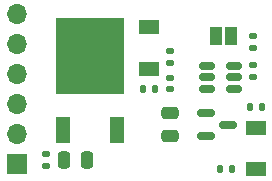
<source format=gbr>
%TF.GenerationSoftware,KiCad,Pcbnew,6.0.11+dfsg-1~bpo11+1*%
%TF.CreationDate,2023-05-03T19:13:37+00:00*%
%TF.ProjectId,huibike,68756962-696b-4652-9e6b-696361645f70,rev?*%
%TF.SameCoordinates,Original*%
%TF.FileFunction,Soldermask,Top*%
%TF.FilePolarity,Negative*%
%FSLAX46Y46*%
G04 Gerber Fmt 4.6, Leading zero omitted, Abs format (unit mm)*
G04 Created by KiCad (PCBNEW 6.0.11+dfsg-1~bpo11+1) date 2023-05-03 19:13:37*
%MOMM*%
%LPD*%
G01*
G04 APERTURE LIST*
G04 Aperture macros list*
%AMRoundRect*
0 Rectangle with rounded corners*
0 $1 Rounding radius*
0 $2 $3 $4 $5 $6 $7 $8 $9 X,Y pos of 4 corners*
0 Add a 4 corners polygon primitive as box body*
4,1,4,$2,$3,$4,$5,$6,$7,$8,$9,$2,$3,0*
0 Add four circle primitives for the rounded corners*
1,1,$1+$1,$2,$3*
1,1,$1+$1,$4,$5*
1,1,$1+$1,$6,$7*
1,1,$1+$1,$8,$9*
0 Add four rect primitives between the rounded corners*
20,1,$1+$1,$2,$3,$4,$5,0*
20,1,$1+$1,$4,$5,$6,$7,0*
20,1,$1+$1,$6,$7,$8,$9,0*
20,1,$1+$1,$8,$9,$2,$3,0*%
G04 Aperture macros list end*
%ADD10RoundRect,0.140000X0.170000X-0.140000X0.170000X0.140000X-0.170000X0.140000X-0.170000X-0.140000X0*%
%ADD11RoundRect,0.150000X-0.587500X-0.150000X0.587500X-0.150000X0.587500X0.150000X-0.587500X0.150000X0*%
%ADD12R,1.000000X1.500000*%
%ADD13RoundRect,0.250000X-0.250000X-0.475000X0.250000X-0.475000X0.250000X0.475000X-0.250000X0.475000X0*%
%ADD14RoundRect,0.135000X-0.135000X-0.185000X0.135000X-0.185000X0.135000X0.185000X-0.135000X0.185000X0*%
%ADD15R,1.700000X1.700000*%
%ADD16O,1.700000X1.700000*%
%ADD17RoundRect,0.135000X0.185000X-0.135000X0.185000X0.135000X-0.185000X0.135000X-0.185000X-0.135000X0*%
%ADD18R,1.700000X1.300000*%
%ADD19R,1.200000X2.200000*%
%ADD20R,5.800000X6.400000*%
%ADD21RoundRect,0.150000X-0.512500X-0.150000X0.512500X-0.150000X0.512500X0.150000X-0.512500X0.150000X0*%
%ADD22RoundRect,0.250000X-0.475000X0.250000X-0.475000X-0.250000X0.475000X-0.250000X0.475000X0.250000X0*%
G04 APERTURE END LIST*
D10*
%TO.C,C104*%
X104000000Y-54480000D03*
X104000000Y-53520000D03*
%TD*%
D11*
%TO.C,Q101*%
X100062500Y-60050000D03*
X100062500Y-61950000D03*
X101937500Y-61000000D03*
%TD*%
D12*
%TO.C,JP101*%
X100850000Y-53500000D03*
X102150000Y-53500000D03*
%TD*%
D13*
%TO.C,C101*%
X88050000Y-64000000D03*
X89950000Y-64000000D03*
%TD*%
D14*
%TO.C,R105*%
X94740000Y-58000000D03*
X95760000Y-58000000D03*
%TD*%
D15*
%TO.C,J101*%
X84000000Y-64350000D03*
D16*
X84000000Y-61810000D03*
X84000000Y-59270000D03*
X84000000Y-56730000D03*
X84000000Y-54190000D03*
X84000000Y-51650000D03*
%TD*%
D17*
%TO.C,R101*%
X104000000Y-57000000D03*
X104000000Y-55980000D03*
%TD*%
D14*
%TO.C,R102*%
X103740000Y-59500000D03*
X104760000Y-59500000D03*
%TD*%
D18*
%TO.C,D101*%
X104250000Y-61250000D03*
X104250000Y-64750000D03*
%TD*%
%TO.C,D102*%
X95250000Y-56250000D03*
X95250000Y-52750000D03*
%TD*%
D10*
%TO.C,C102*%
X97000000Y-58000000D03*
X97000000Y-57040000D03*
%TD*%
D17*
%TO.C,R104*%
X97000000Y-55760000D03*
X97000000Y-54740000D03*
%TD*%
D19*
%TO.C,U102*%
X87970000Y-61450000D03*
D20*
X90250000Y-55150000D03*
D19*
X92530000Y-61450000D03*
%TD*%
D17*
%TO.C,R106*%
X86500000Y-64510000D03*
X86500000Y-63490000D03*
%TD*%
D21*
%TO.C,U101*%
X100112500Y-56050000D03*
X100112500Y-57000000D03*
X100112500Y-57950000D03*
X102387500Y-57950000D03*
X102387500Y-57000000D03*
X102387500Y-56050000D03*
%TD*%
D14*
%TO.C,R103*%
X101240000Y-64750000D03*
X102260000Y-64750000D03*
%TD*%
D22*
%TO.C,C103*%
X97000000Y-60050000D03*
X97000000Y-61950000D03*
%TD*%
M02*

</source>
